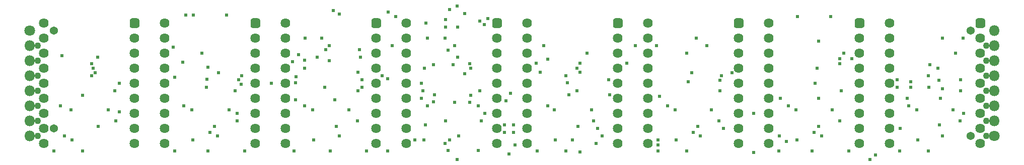
<source format=gbr>
G04 #@! TF.GenerationSoftware,KiCad,Pcbnew,(5.1.5-1-g2528d3844)*
G04 #@! TF.CreationDate,2020-01-09T15:51:35-05:00*
G04 #@! TF.ProjectId,8x16seg,38783136-7365-4672-9e6b-696361645f70,v1.0.0*
G04 #@! TF.SameCoordinates,Original*
G04 #@! TF.FileFunction,Soldermask,Bot*
G04 #@! TF.FilePolarity,Negative*
%FSLAX46Y46*%
G04 Gerber Fmt 4.6, Leading zero omitted, Abs format (unit mm)*
G04 Created by KiCad (PCBNEW (5.1.5-1-g2528d3844)) date 2020-01-09 15:51:35*
%MOMM*%
%LPD*%
G04 APERTURE LIST*
%ADD10O,1.801600X1.801600*%
%ADD11C,1.801600*%
%ADD12C,1.625600*%
%ADD13C,0.100000*%
%ADD14C,1.101600*%
%ADD15C,0.609600*%
%ADD16C,1.371600*%
G04 APERTURE END LIST*
D10*
X228440000Y-92710000D03*
X228440000Y-95250000D03*
X228440000Y-97790000D03*
X228440000Y-100330000D03*
X228440000Y-102870000D03*
X228440000Y-105410000D03*
X228440000Y-107950000D03*
D11*
X228440000Y-110490000D03*
D10*
X66200000Y-110490000D03*
X66200000Y-107950000D03*
X66200000Y-105410000D03*
X66200000Y-102870000D03*
X66200000Y-100330000D03*
X66200000Y-97790000D03*
X66200000Y-95250000D03*
D11*
X66200000Y-92710000D03*
D12*
X68580000Y-91440000D03*
X68580000Y-93980000D03*
X68580000Y-96520000D03*
X68580000Y-99060000D03*
X68580000Y-101600000D03*
X68580000Y-104140000D03*
X68580000Y-106680000D03*
X68580000Y-109220000D03*
X68580000Y-111760000D03*
X83820000Y-111760000D03*
X83820000Y-109220000D03*
X83820000Y-106680000D03*
X83820000Y-104140000D03*
X83820000Y-101600000D03*
X83820000Y-99060000D03*
X83820000Y-96520000D03*
X83820000Y-93980000D03*
D13*
G36*
X84266234Y-90629157D02*
G01*
X84305685Y-90635009D01*
X84344372Y-90644699D01*
X84381923Y-90658135D01*
X84417976Y-90675187D01*
X84452184Y-90695691D01*
X84484217Y-90719449D01*
X84513768Y-90746232D01*
X84540551Y-90775783D01*
X84564309Y-90807816D01*
X84584813Y-90842024D01*
X84601865Y-90878077D01*
X84615301Y-90915628D01*
X84624991Y-90954315D01*
X84630843Y-90993766D01*
X84632800Y-91033600D01*
X84632800Y-91846400D01*
X84630843Y-91886234D01*
X84624991Y-91925685D01*
X84615301Y-91964372D01*
X84601865Y-92001923D01*
X84584813Y-92037976D01*
X84564309Y-92072184D01*
X84540551Y-92104217D01*
X84513768Y-92133768D01*
X84484217Y-92160551D01*
X84452184Y-92184309D01*
X84417976Y-92204813D01*
X84381923Y-92221865D01*
X84344372Y-92235301D01*
X84305685Y-92244991D01*
X84266234Y-92250843D01*
X84226400Y-92252800D01*
X83413600Y-92252800D01*
X83373766Y-92250843D01*
X83334315Y-92244991D01*
X83295628Y-92235301D01*
X83258077Y-92221865D01*
X83222024Y-92204813D01*
X83187816Y-92184309D01*
X83155783Y-92160551D01*
X83126232Y-92133768D01*
X83099449Y-92104217D01*
X83075691Y-92072184D01*
X83055187Y-92037976D01*
X83038135Y-92001923D01*
X83024699Y-91964372D01*
X83015009Y-91925685D01*
X83009157Y-91886234D01*
X83007200Y-91846400D01*
X83007200Y-91033600D01*
X83009157Y-90993766D01*
X83015009Y-90954315D01*
X83024699Y-90915628D01*
X83038135Y-90878077D01*
X83055187Y-90842024D01*
X83075691Y-90807816D01*
X83099449Y-90775783D01*
X83126232Y-90746232D01*
X83155783Y-90719449D01*
X83187816Y-90695691D01*
X83222024Y-90675187D01*
X83258077Y-90658135D01*
X83295628Y-90644699D01*
X83334315Y-90635009D01*
X83373766Y-90629157D01*
X83413600Y-90627200D01*
X84226400Y-90627200D01*
X84266234Y-90629157D01*
G37*
D12*
X210820000Y-91440000D03*
X210820000Y-93980000D03*
X210820000Y-96520000D03*
X210820000Y-99060000D03*
X210820000Y-101600000D03*
X210820000Y-104140000D03*
X210820000Y-106680000D03*
X210820000Y-109220000D03*
X210820000Y-111760000D03*
X226060000Y-111760000D03*
X226060000Y-109220000D03*
X226060000Y-106680000D03*
X226060000Y-104140000D03*
X226060000Y-101600000D03*
X226060000Y-99060000D03*
X226060000Y-96520000D03*
X226060000Y-93980000D03*
D13*
G36*
X226506234Y-90629157D02*
G01*
X226545685Y-90635009D01*
X226584372Y-90644699D01*
X226621923Y-90658135D01*
X226657976Y-90675187D01*
X226692184Y-90695691D01*
X226724217Y-90719449D01*
X226753768Y-90746232D01*
X226780551Y-90775783D01*
X226804309Y-90807816D01*
X226824813Y-90842024D01*
X226841865Y-90878077D01*
X226855301Y-90915628D01*
X226864991Y-90954315D01*
X226870843Y-90993766D01*
X226872800Y-91033600D01*
X226872800Y-91846400D01*
X226870843Y-91886234D01*
X226864991Y-91925685D01*
X226855301Y-91964372D01*
X226841865Y-92001923D01*
X226824813Y-92037976D01*
X226804309Y-92072184D01*
X226780551Y-92104217D01*
X226753768Y-92133768D01*
X226724217Y-92160551D01*
X226692184Y-92184309D01*
X226657976Y-92204813D01*
X226621923Y-92221865D01*
X226584372Y-92235301D01*
X226545685Y-92244991D01*
X226506234Y-92250843D01*
X226466400Y-92252800D01*
X225653600Y-92252800D01*
X225613766Y-92250843D01*
X225574315Y-92244991D01*
X225535628Y-92235301D01*
X225498077Y-92221865D01*
X225462024Y-92204813D01*
X225427816Y-92184309D01*
X225395783Y-92160551D01*
X225366232Y-92133768D01*
X225339449Y-92104217D01*
X225315691Y-92072184D01*
X225295187Y-92037976D01*
X225278135Y-92001923D01*
X225264699Y-91964372D01*
X225255009Y-91925685D01*
X225249157Y-91886234D01*
X225247200Y-91846400D01*
X225247200Y-91033600D01*
X225249157Y-90993766D01*
X225255009Y-90954315D01*
X225264699Y-90915628D01*
X225278135Y-90878077D01*
X225295187Y-90842024D01*
X225315691Y-90807816D01*
X225339449Y-90775783D01*
X225366232Y-90746232D01*
X225395783Y-90719449D01*
X225427816Y-90695691D01*
X225462024Y-90675187D01*
X225498077Y-90658135D01*
X225535628Y-90644699D01*
X225574315Y-90635009D01*
X225613766Y-90629157D01*
X225653600Y-90627200D01*
X226466400Y-90627200D01*
X226506234Y-90629157D01*
G37*
D12*
X190500000Y-91440000D03*
X190500000Y-93980000D03*
X190500000Y-96520000D03*
X190500000Y-99060000D03*
X190500000Y-101600000D03*
X190500000Y-104140000D03*
X190500000Y-106680000D03*
X190500000Y-109220000D03*
X190500000Y-111760000D03*
X205740000Y-111760000D03*
X205740000Y-109220000D03*
X205740000Y-106680000D03*
X205740000Y-104140000D03*
X205740000Y-101600000D03*
X205740000Y-99060000D03*
X205740000Y-96520000D03*
X205740000Y-93980000D03*
D13*
G36*
X206186234Y-90629157D02*
G01*
X206225685Y-90635009D01*
X206264372Y-90644699D01*
X206301923Y-90658135D01*
X206337976Y-90675187D01*
X206372184Y-90695691D01*
X206404217Y-90719449D01*
X206433768Y-90746232D01*
X206460551Y-90775783D01*
X206484309Y-90807816D01*
X206504813Y-90842024D01*
X206521865Y-90878077D01*
X206535301Y-90915628D01*
X206544991Y-90954315D01*
X206550843Y-90993766D01*
X206552800Y-91033600D01*
X206552800Y-91846400D01*
X206550843Y-91886234D01*
X206544991Y-91925685D01*
X206535301Y-91964372D01*
X206521865Y-92001923D01*
X206504813Y-92037976D01*
X206484309Y-92072184D01*
X206460551Y-92104217D01*
X206433768Y-92133768D01*
X206404217Y-92160551D01*
X206372184Y-92184309D01*
X206337976Y-92204813D01*
X206301923Y-92221865D01*
X206264372Y-92235301D01*
X206225685Y-92244991D01*
X206186234Y-92250843D01*
X206146400Y-92252800D01*
X205333600Y-92252800D01*
X205293766Y-92250843D01*
X205254315Y-92244991D01*
X205215628Y-92235301D01*
X205178077Y-92221865D01*
X205142024Y-92204813D01*
X205107816Y-92184309D01*
X205075783Y-92160551D01*
X205046232Y-92133768D01*
X205019449Y-92104217D01*
X204995691Y-92072184D01*
X204975187Y-92037976D01*
X204958135Y-92001923D01*
X204944699Y-91964372D01*
X204935009Y-91925685D01*
X204929157Y-91886234D01*
X204927200Y-91846400D01*
X204927200Y-91033600D01*
X204929157Y-90993766D01*
X204935009Y-90954315D01*
X204944699Y-90915628D01*
X204958135Y-90878077D01*
X204975187Y-90842024D01*
X204995691Y-90807816D01*
X205019449Y-90775783D01*
X205046232Y-90746232D01*
X205075783Y-90719449D01*
X205107816Y-90695691D01*
X205142024Y-90675187D01*
X205178077Y-90658135D01*
X205215628Y-90644699D01*
X205254315Y-90635009D01*
X205293766Y-90629157D01*
X205333600Y-90627200D01*
X206146400Y-90627200D01*
X206186234Y-90629157D01*
G37*
D12*
X170180000Y-91440000D03*
X170180000Y-93980000D03*
X170180000Y-96520000D03*
X170180000Y-99060000D03*
X170180000Y-101600000D03*
X170180000Y-104140000D03*
X170180000Y-106680000D03*
X170180000Y-109220000D03*
X170180000Y-111760000D03*
X185420000Y-111760000D03*
X185420000Y-109220000D03*
X185420000Y-106680000D03*
X185420000Y-104140000D03*
X185420000Y-101600000D03*
X185420000Y-99060000D03*
X185420000Y-96520000D03*
X185420000Y-93980000D03*
D13*
G36*
X185866234Y-90629157D02*
G01*
X185905685Y-90635009D01*
X185944372Y-90644699D01*
X185981923Y-90658135D01*
X186017976Y-90675187D01*
X186052184Y-90695691D01*
X186084217Y-90719449D01*
X186113768Y-90746232D01*
X186140551Y-90775783D01*
X186164309Y-90807816D01*
X186184813Y-90842024D01*
X186201865Y-90878077D01*
X186215301Y-90915628D01*
X186224991Y-90954315D01*
X186230843Y-90993766D01*
X186232800Y-91033600D01*
X186232800Y-91846400D01*
X186230843Y-91886234D01*
X186224991Y-91925685D01*
X186215301Y-91964372D01*
X186201865Y-92001923D01*
X186184813Y-92037976D01*
X186164309Y-92072184D01*
X186140551Y-92104217D01*
X186113768Y-92133768D01*
X186084217Y-92160551D01*
X186052184Y-92184309D01*
X186017976Y-92204813D01*
X185981923Y-92221865D01*
X185944372Y-92235301D01*
X185905685Y-92244991D01*
X185866234Y-92250843D01*
X185826400Y-92252800D01*
X185013600Y-92252800D01*
X184973766Y-92250843D01*
X184934315Y-92244991D01*
X184895628Y-92235301D01*
X184858077Y-92221865D01*
X184822024Y-92204813D01*
X184787816Y-92184309D01*
X184755783Y-92160551D01*
X184726232Y-92133768D01*
X184699449Y-92104217D01*
X184675691Y-92072184D01*
X184655187Y-92037976D01*
X184638135Y-92001923D01*
X184624699Y-91964372D01*
X184615009Y-91925685D01*
X184609157Y-91886234D01*
X184607200Y-91846400D01*
X184607200Y-91033600D01*
X184609157Y-90993766D01*
X184615009Y-90954315D01*
X184624699Y-90915628D01*
X184638135Y-90878077D01*
X184655187Y-90842024D01*
X184675691Y-90807816D01*
X184699449Y-90775783D01*
X184726232Y-90746232D01*
X184755783Y-90719449D01*
X184787816Y-90695691D01*
X184822024Y-90675187D01*
X184858077Y-90658135D01*
X184895628Y-90644699D01*
X184934315Y-90635009D01*
X184973766Y-90629157D01*
X185013600Y-90627200D01*
X185826400Y-90627200D01*
X185866234Y-90629157D01*
G37*
D12*
X149860000Y-91440000D03*
X149860000Y-93980000D03*
X149860000Y-96520000D03*
X149860000Y-99060000D03*
X149860000Y-101600000D03*
X149860000Y-104140000D03*
X149860000Y-106680000D03*
X149860000Y-109220000D03*
X149860000Y-111760000D03*
X165100000Y-111760000D03*
X165100000Y-109220000D03*
X165100000Y-106680000D03*
X165100000Y-104140000D03*
X165100000Y-101600000D03*
X165100000Y-99060000D03*
X165100000Y-96520000D03*
X165100000Y-93980000D03*
D13*
G36*
X165546234Y-90629157D02*
G01*
X165585685Y-90635009D01*
X165624372Y-90644699D01*
X165661923Y-90658135D01*
X165697976Y-90675187D01*
X165732184Y-90695691D01*
X165764217Y-90719449D01*
X165793768Y-90746232D01*
X165820551Y-90775783D01*
X165844309Y-90807816D01*
X165864813Y-90842024D01*
X165881865Y-90878077D01*
X165895301Y-90915628D01*
X165904991Y-90954315D01*
X165910843Y-90993766D01*
X165912800Y-91033600D01*
X165912800Y-91846400D01*
X165910843Y-91886234D01*
X165904991Y-91925685D01*
X165895301Y-91964372D01*
X165881865Y-92001923D01*
X165864813Y-92037976D01*
X165844309Y-92072184D01*
X165820551Y-92104217D01*
X165793768Y-92133768D01*
X165764217Y-92160551D01*
X165732184Y-92184309D01*
X165697976Y-92204813D01*
X165661923Y-92221865D01*
X165624372Y-92235301D01*
X165585685Y-92244991D01*
X165546234Y-92250843D01*
X165506400Y-92252800D01*
X164693600Y-92252800D01*
X164653766Y-92250843D01*
X164614315Y-92244991D01*
X164575628Y-92235301D01*
X164538077Y-92221865D01*
X164502024Y-92204813D01*
X164467816Y-92184309D01*
X164435783Y-92160551D01*
X164406232Y-92133768D01*
X164379449Y-92104217D01*
X164355691Y-92072184D01*
X164335187Y-92037976D01*
X164318135Y-92001923D01*
X164304699Y-91964372D01*
X164295009Y-91925685D01*
X164289157Y-91886234D01*
X164287200Y-91846400D01*
X164287200Y-91033600D01*
X164289157Y-90993766D01*
X164295009Y-90954315D01*
X164304699Y-90915628D01*
X164318135Y-90878077D01*
X164335187Y-90842024D01*
X164355691Y-90807816D01*
X164379449Y-90775783D01*
X164406232Y-90746232D01*
X164435783Y-90719449D01*
X164467816Y-90695691D01*
X164502024Y-90675187D01*
X164538077Y-90658135D01*
X164575628Y-90644699D01*
X164614315Y-90635009D01*
X164653766Y-90629157D01*
X164693600Y-90627200D01*
X165506400Y-90627200D01*
X165546234Y-90629157D01*
G37*
D12*
X129540000Y-91440000D03*
X129540000Y-93980000D03*
X129540000Y-96520000D03*
X129540000Y-99060000D03*
X129540000Y-101600000D03*
X129540000Y-104140000D03*
X129540000Y-106680000D03*
X129540000Y-109220000D03*
X129540000Y-111760000D03*
X144780000Y-111760000D03*
X144780000Y-109220000D03*
X144780000Y-106680000D03*
X144780000Y-104140000D03*
X144780000Y-101600000D03*
X144780000Y-99060000D03*
X144780000Y-96520000D03*
X144780000Y-93980000D03*
D13*
G36*
X145226234Y-90629157D02*
G01*
X145265685Y-90635009D01*
X145304372Y-90644699D01*
X145341923Y-90658135D01*
X145377976Y-90675187D01*
X145412184Y-90695691D01*
X145444217Y-90719449D01*
X145473768Y-90746232D01*
X145500551Y-90775783D01*
X145524309Y-90807816D01*
X145544813Y-90842024D01*
X145561865Y-90878077D01*
X145575301Y-90915628D01*
X145584991Y-90954315D01*
X145590843Y-90993766D01*
X145592800Y-91033600D01*
X145592800Y-91846400D01*
X145590843Y-91886234D01*
X145584991Y-91925685D01*
X145575301Y-91964372D01*
X145561865Y-92001923D01*
X145544813Y-92037976D01*
X145524309Y-92072184D01*
X145500551Y-92104217D01*
X145473768Y-92133768D01*
X145444217Y-92160551D01*
X145412184Y-92184309D01*
X145377976Y-92204813D01*
X145341923Y-92221865D01*
X145304372Y-92235301D01*
X145265685Y-92244991D01*
X145226234Y-92250843D01*
X145186400Y-92252800D01*
X144373600Y-92252800D01*
X144333766Y-92250843D01*
X144294315Y-92244991D01*
X144255628Y-92235301D01*
X144218077Y-92221865D01*
X144182024Y-92204813D01*
X144147816Y-92184309D01*
X144115783Y-92160551D01*
X144086232Y-92133768D01*
X144059449Y-92104217D01*
X144035691Y-92072184D01*
X144015187Y-92037976D01*
X143998135Y-92001923D01*
X143984699Y-91964372D01*
X143975009Y-91925685D01*
X143969157Y-91886234D01*
X143967200Y-91846400D01*
X143967200Y-91033600D01*
X143969157Y-90993766D01*
X143975009Y-90954315D01*
X143984699Y-90915628D01*
X143998135Y-90878077D01*
X144015187Y-90842024D01*
X144035691Y-90807816D01*
X144059449Y-90775783D01*
X144086232Y-90746232D01*
X144115783Y-90719449D01*
X144147816Y-90695691D01*
X144182024Y-90675187D01*
X144218077Y-90658135D01*
X144255628Y-90644699D01*
X144294315Y-90635009D01*
X144333766Y-90629157D01*
X144373600Y-90627200D01*
X145186400Y-90627200D01*
X145226234Y-90629157D01*
G37*
D12*
X109220000Y-91440000D03*
X109220000Y-93980000D03*
X109220000Y-96520000D03*
X109220000Y-99060000D03*
X109220000Y-101600000D03*
X109220000Y-104140000D03*
X109220000Y-106680000D03*
X109220000Y-109220000D03*
X109220000Y-111760000D03*
X124460000Y-111760000D03*
X124460000Y-109220000D03*
X124460000Y-106680000D03*
X124460000Y-104140000D03*
X124460000Y-101600000D03*
X124460000Y-99060000D03*
X124460000Y-96520000D03*
X124460000Y-93980000D03*
D13*
G36*
X124906234Y-90629157D02*
G01*
X124945685Y-90635009D01*
X124984372Y-90644699D01*
X125021923Y-90658135D01*
X125057976Y-90675187D01*
X125092184Y-90695691D01*
X125124217Y-90719449D01*
X125153768Y-90746232D01*
X125180551Y-90775783D01*
X125204309Y-90807816D01*
X125224813Y-90842024D01*
X125241865Y-90878077D01*
X125255301Y-90915628D01*
X125264991Y-90954315D01*
X125270843Y-90993766D01*
X125272800Y-91033600D01*
X125272800Y-91846400D01*
X125270843Y-91886234D01*
X125264991Y-91925685D01*
X125255301Y-91964372D01*
X125241865Y-92001923D01*
X125224813Y-92037976D01*
X125204309Y-92072184D01*
X125180551Y-92104217D01*
X125153768Y-92133768D01*
X125124217Y-92160551D01*
X125092184Y-92184309D01*
X125057976Y-92204813D01*
X125021923Y-92221865D01*
X124984372Y-92235301D01*
X124945685Y-92244991D01*
X124906234Y-92250843D01*
X124866400Y-92252800D01*
X124053600Y-92252800D01*
X124013766Y-92250843D01*
X123974315Y-92244991D01*
X123935628Y-92235301D01*
X123898077Y-92221865D01*
X123862024Y-92204813D01*
X123827816Y-92184309D01*
X123795783Y-92160551D01*
X123766232Y-92133768D01*
X123739449Y-92104217D01*
X123715691Y-92072184D01*
X123695187Y-92037976D01*
X123678135Y-92001923D01*
X123664699Y-91964372D01*
X123655009Y-91925685D01*
X123649157Y-91886234D01*
X123647200Y-91846400D01*
X123647200Y-91033600D01*
X123649157Y-90993766D01*
X123655009Y-90954315D01*
X123664699Y-90915628D01*
X123678135Y-90878077D01*
X123695187Y-90842024D01*
X123715691Y-90807816D01*
X123739449Y-90775783D01*
X123766232Y-90746232D01*
X123795783Y-90719449D01*
X123827816Y-90695691D01*
X123862024Y-90675187D01*
X123898077Y-90658135D01*
X123935628Y-90644699D01*
X123974315Y-90635009D01*
X124013766Y-90629157D01*
X124053600Y-90627200D01*
X124866400Y-90627200D01*
X124906234Y-90629157D01*
G37*
D12*
X88900000Y-91440000D03*
X88900000Y-93980000D03*
X88900000Y-96520000D03*
X88900000Y-99060000D03*
X88900000Y-101600000D03*
X88900000Y-104140000D03*
X88900000Y-106680000D03*
X88900000Y-109220000D03*
X88900000Y-111760000D03*
X104140000Y-111760000D03*
X104140000Y-109220000D03*
X104140000Y-106680000D03*
X104140000Y-104140000D03*
X104140000Y-101600000D03*
X104140000Y-99060000D03*
X104140000Y-96520000D03*
X104140000Y-93980000D03*
D13*
G36*
X104586234Y-90629157D02*
G01*
X104625685Y-90635009D01*
X104664372Y-90644699D01*
X104701923Y-90658135D01*
X104737976Y-90675187D01*
X104772184Y-90695691D01*
X104804217Y-90719449D01*
X104833768Y-90746232D01*
X104860551Y-90775783D01*
X104884309Y-90807816D01*
X104904813Y-90842024D01*
X104921865Y-90878077D01*
X104935301Y-90915628D01*
X104944991Y-90954315D01*
X104950843Y-90993766D01*
X104952800Y-91033600D01*
X104952800Y-91846400D01*
X104950843Y-91886234D01*
X104944991Y-91925685D01*
X104935301Y-91964372D01*
X104921865Y-92001923D01*
X104904813Y-92037976D01*
X104884309Y-92072184D01*
X104860551Y-92104217D01*
X104833768Y-92133768D01*
X104804217Y-92160551D01*
X104772184Y-92184309D01*
X104737976Y-92204813D01*
X104701923Y-92221865D01*
X104664372Y-92235301D01*
X104625685Y-92244991D01*
X104586234Y-92250843D01*
X104546400Y-92252800D01*
X103733600Y-92252800D01*
X103693766Y-92250843D01*
X103654315Y-92244991D01*
X103615628Y-92235301D01*
X103578077Y-92221865D01*
X103542024Y-92204813D01*
X103507816Y-92184309D01*
X103475783Y-92160551D01*
X103446232Y-92133768D01*
X103419449Y-92104217D01*
X103395691Y-92072184D01*
X103375187Y-92037976D01*
X103358135Y-92001923D01*
X103344699Y-91964372D01*
X103335009Y-91925685D01*
X103329157Y-91886234D01*
X103327200Y-91846400D01*
X103327200Y-91033600D01*
X103329157Y-90993766D01*
X103335009Y-90954315D01*
X103344699Y-90915628D01*
X103358135Y-90878077D01*
X103375187Y-90842024D01*
X103395691Y-90807816D01*
X103419449Y-90775783D01*
X103446232Y-90746232D01*
X103475783Y-90719449D01*
X103507816Y-90695691D01*
X103542024Y-90675187D01*
X103578077Y-90658135D01*
X103615628Y-90644699D01*
X103654315Y-90635009D01*
X103693766Y-90629157D01*
X103733600Y-90627200D01*
X104546400Y-90627200D01*
X104586234Y-90629157D01*
G37*
D14*
X67564000Y-110490000D03*
X67564000Y-107950000D03*
X67564000Y-105410000D03*
X67564000Y-102870000D03*
X67564000Y-100330000D03*
X67564000Y-97790000D03*
X67564000Y-95250000D03*
X227076000Y-95250000D03*
X227076000Y-97790000D03*
X227076000Y-100330000D03*
X227076000Y-102870000D03*
X227076000Y-105410000D03*
X227076000Y-107950000D03*
X227076000Y-110490000D03*
D15*
X215392000Y-106045000D03*
X195072000Y-106045000D03*
X174752000Y-106045000D03*
X113792000Y-106045000D03*
X93472000Y-106045000D03*
X140208000Y-104775000D03*
X154432000Y-106045000D03*
X93726000Y-90043000D03*
X195326000Y-90297000D03*
X134112000Y-98425000D03*
X73152000Y-106045000D03*
X221488000Y-106045000D03*
X201168000Y-106045000D03*
X180848000Y-106045000D03*
X119888000Y-106045000D03*
X99695000Y-106045000D03*
X73279000Y-111125000D03*
X77724000Y-108839000D03*
X139319000Y-99949000D03*
X134239000Y-103505000D03*
X134133327Y-104765644D03*
X160655000Y-106045000D03*
X97282000Y-108839000D03*
X93599000Y-111125000D03*
X99314000Y-90043000D03*
X113919000Y-111125000D03*
X117729000Y-108839000D03*
X158369000Y-108839000D03*
X154559000Y-111125000D03*
X215519000Y-111125000D03*
X219202000Y-108587530D03*
X198882000Y-108839000D03*
X200914000Y-90297000D03*
X178562000Y-108839000D03*
X217297000Y-113030000D03*
X197739000Y-113030000D03*
X176657000Y-113030000D03*
X156337000Y-113030000D03*
X116713000Y-113030000D03*
X96139000Y-113030000D03*
X75057000Y-113030000D03*
X195199000Y-111125000D03*
X140208000Y-98298000D03*
X79375000Y-106045000D03*
X174879000Y-111125000D03*
D16*
X70231000Y-92710000D03*
X224409000Y-110490000D03*
X224409000Y-92710000D03*
D15*
X212471000Y-113030000D03*
X203962000Y-113030000D03*
X192151000Y-113030000D03*
X171831000Y-113030000D03*
X151511000Y-113030000D03*
X122809000Y-113030000D03*
X110617000Y-113030000D03*
X102362000Y-113030000D03*
X90551000Y-113030000D03*
X70231000Y-113030000D03*
D16*
X70231000Y-109220000D03*
D15*
X80645000Y-107950000D03*
X101092000Y-107950000D03*
X121285000Y-107950000D03*
X182118000Y-107950000D03*
X202438000Y-107950000D03*
X136144000Y-107950000D03*
X142113000Y-107950000D03*
X161036000Y-107950000D03*
X222631000Y-107950000D03*
X92075000Y-105410000D03*
X112395000Y-105410000D03*
X213995000Y-105410000D03*
X153289000Y-105410000D03*
X133096043Y-105410000D03*
X141605018Y-105410000D03*
X71374000Y-105410000D03*
X193802000Y-105410000D03*
X173482000Y-105410000D03*
X141859010Y-102870000D03*
X80518000Y-102870000D03*
X121412000Y-102870000D03*
X182245000Y-102870000D03*
X202692000Y-102870000D03*
X222758000Y-102870000D03*
X158242000Y-102870000D03*
X100711000Y-102870000D03*
X132334000Y-102870000D03*
X76581000Y-100330000D03*
X217297000Y-100330000D03*
X92456010Y-90043000D03*
X76835000Y-99060000D03*
X81280000Y-101600000D03*
X81280000Y-106426000D03*
X75057000Y-103632000D03*
X77216000Y-99822000D03*
X76581000Y-98298000D03*
X71628000Y-96901000D03*
X77597000Y-97155000D03*
X117221000Y-89281000D03*
X116586000Y-95249990D03*
X91948000Y-98044000D03*
X97914537Y-99829911D03*
X90551000Y-100584000D03*
X110871000Y-104393999D03*
X117475004Y-104394000D03*
X106807000Y-101600000D03*
X101092000Y-106680000D03*
X95885000Y-102234990D03*
X101727000Y-101727000D03*
X96018274Y-100919385D03*
X101346000Y-100965000D03*
X101854000Y-100330000D03*
X96133987Y-98919493D03*
X95123000Y-96520000D03*
X90297000Y-95504000D03*
X118237000Y-89916000D03*
X138176000Y-92075000D03*
X112522000Y-93980000D03*
X112395000Y-99060000D03*
X110363008Y-97917000D03*
X112395000Y-97663000D03*
X126492000Y-89535000D03*
X125476000Y-100330000D03*
X110871000Y-101473000D03*
X136779000Y-89156530D03*
X121412000Y-99695000D03*
X110993488Y-100452472D03*
X126365000Y-113030000D03*
X137668000Y-95250000D03*
X127127000Y-95250000D03*
X137414000Y-98425000D03*
X126365000Y-100838000D03*
X115823990Y-102235000D03*
X122047000Y-102235000D03*
X121793000Y-97155000D03*
X114554000Y-97155010D03*
X122047000Y-100965000D03*
X121666000Y-95885000D03*
X115951000Y-95885000D03*
X111379003Y-96774003D03*
X115316000Y-93980000D03*
X138049000Y-88519000D03*
X133096000Y-93980000D03*
X132461000Y-111125000D03*
X130937000Y-111125000D03*
X132588000Y-99060000D03*
X132080000Y-101600000D03*
X132080000Y-104140000D03*
X139319000Y-89789000D03*
X127762000Y-90297000D03*
X136017000Y-111760000D03*
X136779000Y-111125000D03*
X132715000Y-108585000D03*
X142748021Y-106680000D03*
X141859000Y-91059000D03*
X132842000Y-91440000D03*
X142621000Y-91694000D03*
X136144000Y-92075000D03*
X143256000Y-90678000D03*
X136144000Y-90805000D03*
X140335000Y-99060000D03*
X140335000Y-103632000D03*
X137668000Y-104775000D03*
X136559251Y-95977751D03*
X136017000Y-93980000D03*
X136525000Y-112903000D03*
X146812000Y-113538000D03*
X146304000Y-104521000D03*
X147066000Y-103251000D03*
X159893000Y-96520000D03*
X146049979Y-108585000D03*
X147574000Y-108585000D03*
X147574000Y-109855000D03*
X146050000Y-109855000D03*
X158750000Y-98171000D03*
X151384000Y-98171000D03*
X141605000Y-112902968D03*
X147828000Y-112014000D03*
X158750000Y-99695000D03*
X152019000Y-99695000D03*
X161417000Y-111760000D03*
X161671000Y-109220000D03*
X162433000Y-110490000D03*
X138303000Y-110490000D03*
X158242000Y-99060000D03*
X178308000Y-93980000D03*
X176657000Y-96520000D03*
X177546000Y-99822000D03*
X152654000Y-95250000D03*
X168021000Y-95250000D03*
X172085000Y-103759000D03*
X153289000Y-97536000D03*
X166624000Y-98171000D03*
X171577000Y-95250000D03*
X180086000Y-95250000D03*
X182880000Y-109220000D03*
X156591000Y-101473000D03*
X163576000Y-100965000D03*
X156845000Y-103505000D03*
X163703000Y-103505000D03*
X156337000Y-100330000D03*
X182499000Y-100330000D03*
X184277000Y-99822000D03*
X182245000Y-101092000D03*
X198882000Y-94488000D03*
X198628000Y-99060000D03*
X198247000Y-101600000D03*
X192405000Y-104140000D03*
X187960000Y-106680000D03*
X171831000Y-111125000D03*
X187960000Y-113284000D03*
X192278000Y-110490000D03*
X204470000Y-97409000D03*
X202438000Y-97409000D03*
X207518000Y-114427000D03*
X171831000Y-112014000D03*
X198882000Y-104140000D03*
X176911000Y-101346000D03*
X202438000Y-98298000D03*
X203073000Y-96520000D03*
X212090000Y-102235000D03*
X214376000Y-102235000D03*
X219710000Y-93980000D03*
X214376000Y-101346000D03*
X212090000Y-100965000D03*
X218948000Y-99060000D03*
X222758000Y-100965000D03*
X213741000Y-104140000D03*
X193421000Y-111379000D03*
X208407000Y-113665000D03*
X212598000Y-109220000D03*
X223266000Y-106680000D03*
X219329000Y-104140000D03*
X219710000Y-102489000D03*
X217551000Y-98425000D03*
X221869000Y-96520000D03*
X223139000Y-93980000D03*
X217424000Y-102235000D03*
X219075000Y-101092000D03*
X97790000Y-110490000D03*
X72009000Y-110490000D03*
X118237000Y-110490000D03*
X96519996Y-109855000D03*
X138176000Y-97155000D03*
X116585968Y-97789994D03*
X158750000Y-113157000D03*
X138049000Y-114427000D03*
X178943000Y-110490000D03*
X157480000Y-111125000D03*
X199390000Y-110490000D03*
X177800000Y-109855000D03*
X219710000Y-110490000D03*
X198120000Y-109855000D03*
M02*

</source>
